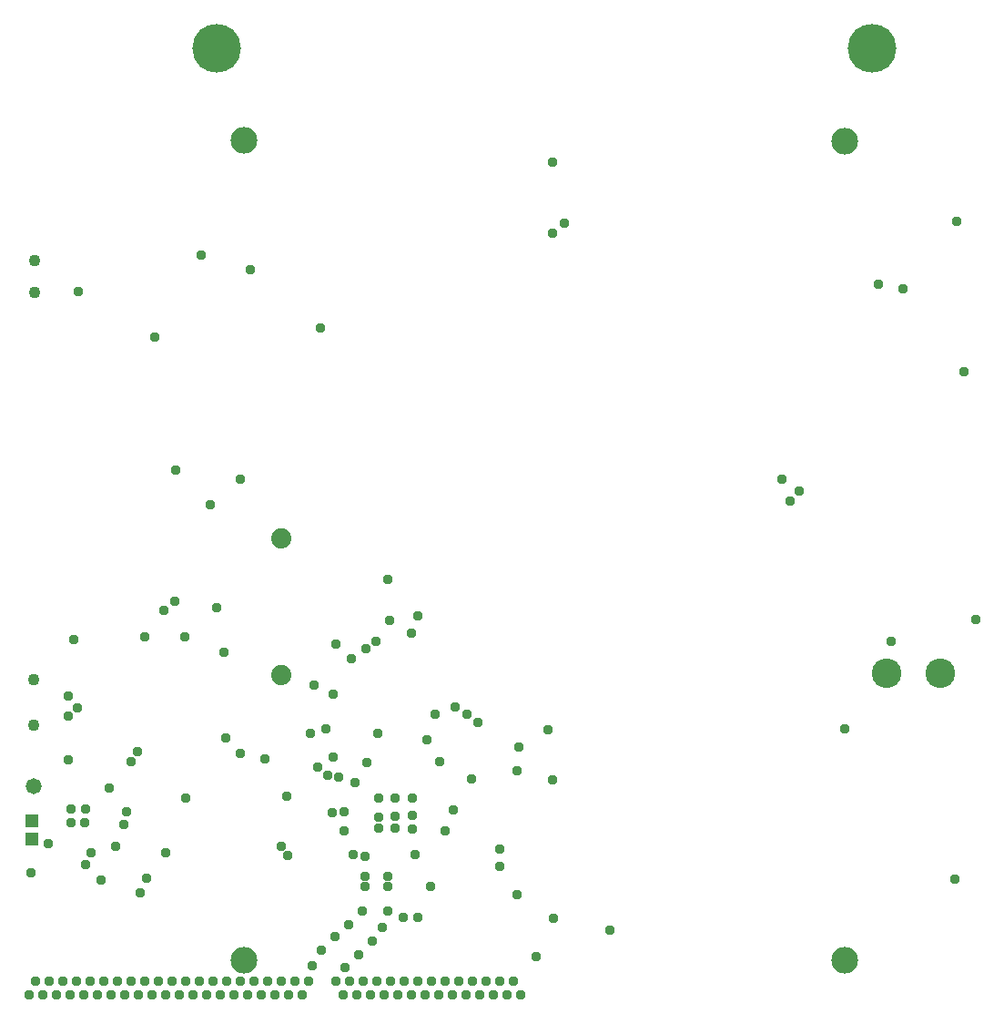
<source format=gbr>
G04 EAGLE Gerber RS-274X export*
G75*
%MOMM*%
%FSLAX34Y34*%
%LPD*%
%INSoldermask Bottom*%
%IPPOS*%
%AMOC8*
5,1,8,0,0,1.08239X$1,22.5*%
G01*
%ADD10C,2.489200*%
%ADD11C,4.521200*%
%ADD12C,1.879600*%
%ADD13C,1.103200*%
%ADD14R,1.203200X1.303200*%
%ADD15C,2.743200*%
%ADD16C,1.473200*%
%ADD17C,0.959600*%


D10*
X228600Y889000D03*
X787400Y888225D03*
X787400Y127000D03*
X228600Y127000D03*
D11*
X203200Y974725D03*
X812800Y974725D03*
D12*
X263200Y518700D03*
X263200Y391700D03*
D13*
X34100Y777500D03*
X34100Y747500D03*
D14*
X31356Y256836D03*
X31356Y239836D03*
D15*
X875900Y393700D03*
X825900Y393700D03*
D16*
X32450Y288697D03*
D13*
X32965Y345386D03*
X32965Y387886D03*
D17*
X354025Y277889D03*
X67158Y255067D03*
X67742Y267856D03*
X80874Y267830D03*
X80048Y255206D03*
X369037Y277774D03*
X385128Y278016D03*
X353720Y260236D03*
X384708Y261938D03*
X369214Y260922D03*
X353733Y249707D03*
X369303Y249403D03*
X384975Y249212D03*
X263474Y233261D03*
X268745Y224244D03*
X65088Y372428D03*
X65088Y353695D03*
X46660Y235522D03*
X310274Y264224D03*
X28575Y95250D03*
X41275Y95250D03*
X53975Y95250D03*
X66675Y95250D03*
X79375Y95250D03*
X92075Y95250D03*
X104775Y95250D03*
X117475Y95250D03*
X130175Y95250D03*
X142875Y95250D03*
X155575Y95250D03*
X168275Y95250D03*
X180975Y95250D03*
X193675Y95250D03*
X34925Y107950D03*
X47625Y107950D03*
X60325Y107950D03*
X73025Y107950D03*
X85725Y107950D03*
X98425Y107950D03*
X111125Y107950D03*
X123825Y107950D03*
X136525Y107950D03*
X149225Y107950D03*
X161925Y107950D03*
X174625Y107950D03*
X187325Y107950D03*
X200025Y107950D03*
X206375Y95250D03*
X219075Y95250D03*
X231775Y95250D03*
X244475Y95250D03*
X257175Y95250D03*
X269875Y95250D03*
X282575Y95250D03*
X320675Y95250D03*
X333375Y95250D03*
X346075Y95250D03*
X358775Y95250D03*
X371475Y95250D03*
X346075Y95250D03*
X358775Y95250D03*
X371475Y95250D03*
X384175Y95250D03*
X396875Y95250D03*
X409575Y95250D03*
X422275Y95250D03*
X434975Y95250D03*
X447675Y95250D03*
X460375Y95250D03*
X473075Y95250D03*
X485775Y95250D03*
X212725Y107950D03*
X225425Y107950D03*
X238125Y107950D03*
X250825Y107950D03*
X263525Y107950D03*
X276225Y107950D03*
X288925Y107950D03*
X314325Y107950D03*
X327025Y107950D03*
X339725Y107950D03*
X352425Y107950D03*
X365125Y107950D03*
X377825Y107950D03*
X390525Y107950D03*
X403225Y107950D03*
X415925Y107950D03*
X428625Y107950D03*
X441325Y107950D03*
X454025Y107950D03*
X466725Y107950D03*
X479425Y107950D03*
X322263Y120650D03*
X292100Y122238D03*
X300038Y136525D03*
X312738Y149225D03*
X334963Y131763D03*
X347663Y144463D03*
X357188Y157163D03*
X361950Y173038D03*
X325438Y160338D03*
X338138Y173038D03*
X361950Y204788D03*
X341313Y204788D03*
X342900Y311150D03*
X406400Y355600D03*
X225425Y319088D03*
X174625Y277813D03*
X95250Y201613D03*
X103188Y287338D03*
X341313Y223838D03*
X376238Y166688D03*
X390525Y166688D03*
X466725Y230188D03*
X466725Y214313D03*
X439738Y295275D03*
X268288Y279400D03*
X363538Y442913D03*
X361950Y195263D03*
X341313Y195263D03*
X306159Y298768D03*
X197301Y550514D03*
X296837Y306261D03*
X224815Y574421D03*
X387706Y224892D03*
X73685Y361315D03*
X425082Y362204D03*
X898538Y674230D03*
X745020Y563347D03*
X511175Y341313D03*
X445694Y347726D03*
X384239Y431267D03*
X328117Y407441D03*
X342151Y416700D03*
X389750Y446761D03*
X350838Y423332D03*
X361950Y481013D03*
X173406Y427533D03*
X136106Y427533D03*
X165100Y582575D03*
X145733Y706120D03*
X86246Y226733D03*
X119063Y265113D03*
X81178Y215900D03*
X116332Y253289D03*
X316497Y297383D03*
X129146Y320675D03*
X482600Y303213D03*
X435496Y355371D03*
X736346Y553695D03*
X841083Y751408D03*
X908914Y443357D03*
X210134Y413156D03*
X293827Y383083D03*
X398463Y332118D03*
X153988Y452438D03*
X787146Y342506D03*
X353279Y338138D03*
X65265Y313093D03*
X415603Y247388D03*
X74727Y748411D03*
X30480Y208280D03*
X299949Y714604D03*
X515341Y802919D03*
X311747Y315433D03*
X515715Y294409D03*
X526250Y812038D03*
X289911Y337658D03*
X516093Y165926D03*
X137776Y203200D03*
X818667Y755503D03*
X314325Y420688D03*
X234496Y769176D03*
X515214Y868350D03*
X891324Y813651D03*
X155575Y227013D03*
X889884Y202684D03*
X500500Y130175D03*
X188252Y782638D03*
X247650Y314325D03*
X482664Y188405D03*
X108836Y232512D03*
X131686Y189382D03*
X568909Y154788D03*
X311417Y374333D03*
X728998Y574185D03*
X830085Y423037D03*
X321634Y247104D03*
X321634Y265463D03*
X331534Y291744D03*
X423443Y266563D03*
X484188Y325438D03*
X123825Y311858D03*
X329986Y225640D03*
X401638Y195263D03*
X163800Y460980D03*
X203097Y454443D03*
X410280Y311220D03*
X304980Y342420D03*
X211380Y333840D03*
X70200Y425100D03*
M02*

</source>
